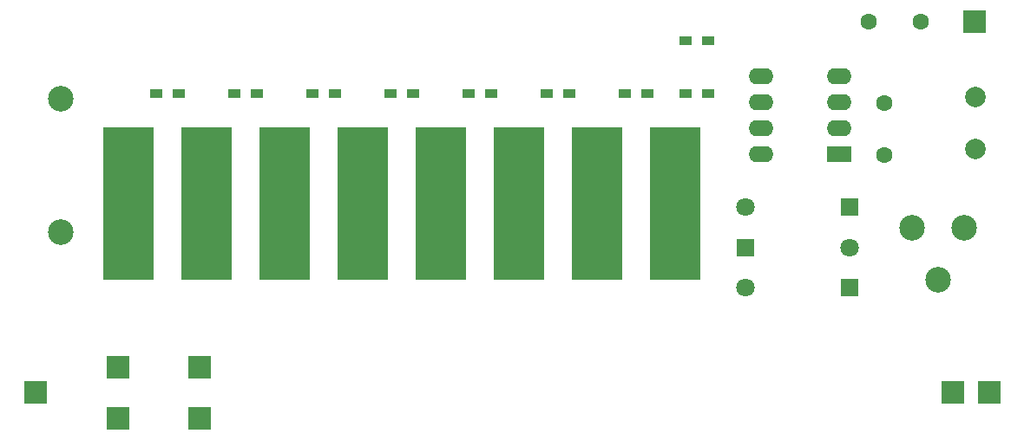
<source format=gts>
G04 #@! TF.FileFunction,Soldermask,Top*
%FSLAX46Y46*%
G04 Gerber Fmt 4.6, Leading zero omitted, Abs format (unit mm)*
G04 Created by KiCad (PCBNEW 4.0.2-stable) date 2017/04/14 20:47:14*
%MOMM*%
G01*
G04 APERTURE LIST*
%ADD10C,0.100000*%
%ADD11C,2.500000*%
%ADD12C,1.600000*%
%ADD13C,1.800000*%
%ADD14R,1.800000X1.800000*%
%ADD15R,1.200000X0.900000*%
%ADD16C,2.000000*%
%ADD17R,2.200000X2.200000*%
%ADD18R,2.400000X1.600000*%
%ADD19O,2.400000X1.600000*%
%ADD20R,5.000000X15.000000*%
G04 APERTURE END LIST*
D10*
D11*
X121701000Y-92052000D03*
X121701000Y-105052000D03*
D12*
X202057000Y-92456000D03*
X202057000Y-97536000D03*
X200533000Y-84455000D03*
X205613000Y-84455000D03*
D13*
X188468000Y-110490000D03*
D14*
X198628000Y-110490000D03*
D13*
X198628000Y-106553000D03*
D14*
X188468000Y-106553000D03*
D13*
X188468000Y-102616000D03*
D14*
X198628000Y-102616000D03*
D15*
X178900000Y-91480000D03*
X176700000Y-91480000D03*
X171280000Y-91480000D03*
X169080000Y-91480000D03*
X163660000Y-91480000D03*
X161460000Y-91480000D03*
X156040000Y-91480000D03*
X153840000Y-91480000D03*
X148420000Y-91480000D03*
X146220000Y-91480000D03*
X140800000Y-91480000D03*
X138600000Y-91480000D03*
X133180000Y-91480000D03*
X130980000Y-91480000D03*
D11*
X207264000Y-109728000D03*
X204724000Y-104648000D03*
X209804000Y-104648000D03*
D16*
X210947000Y-91821000D03*
X210947000Y-96901000D03*
D17*
X210820000Y-84455000D03*
D18*
X197612000Y-97409000D03*
D19*
X189992000Y-89789000D03*
X197612000Y-94869000D03*
X189992000Y-92329000D03*
X197612000Y-92329000D03*
X189992000Y-94869000D03*
X197612000Y-89789000D03*
X189992000Y-97409000D03*
D20*
X151130000Y-102275000D03*
X143510000Y-102275000D03*
X158750000Y-102275000D03*
X166370000Y-102275000D03*
X135890000Y-102275000D03*
X128270000Y-102275000D03*
X173990000Y-102275000D03*
X181610000Y-102275000D03*
D15*
X182669000Y-91480000D03*
X184869000Y-91480000D03*
X182669000Y-86360000D03*
X184869000Y-86360000D03*
D17*
X208750000Y-120750000D03*
X119250000Y-120750000D03*
X212250000Y-120750000D03*
X127250000Y-118250000D03*
X127250000Y-123250000D03*
X135250000Y-118250000D03*
X135250000Y-123250000D03*
M02*

</source>
